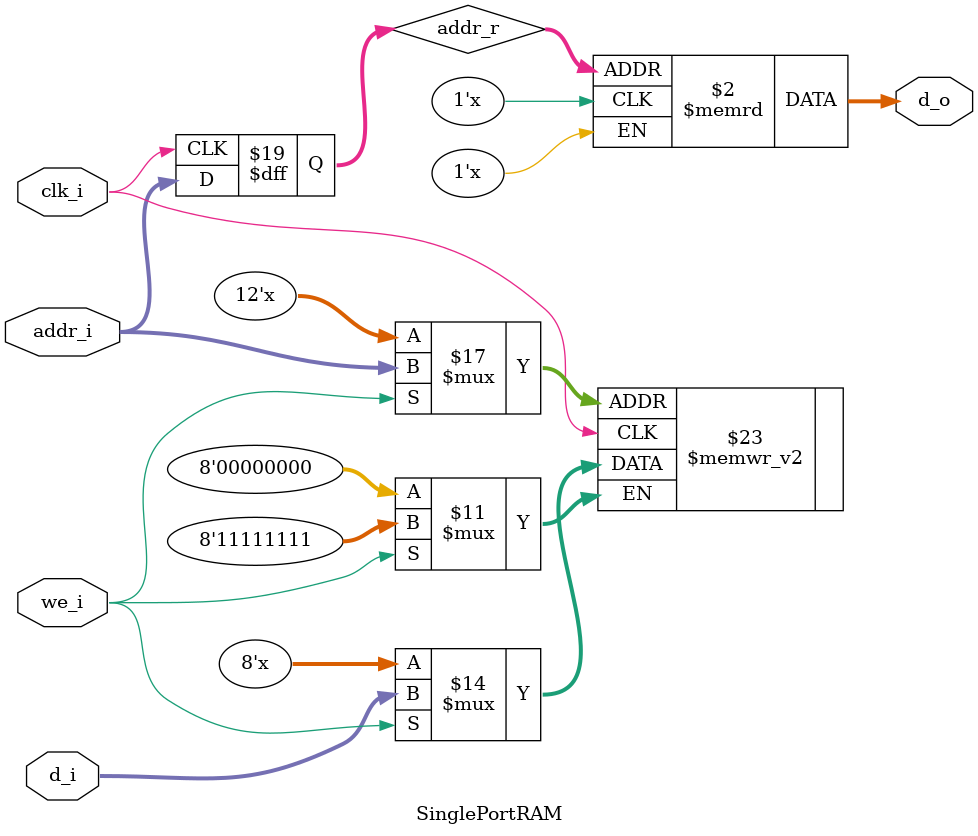
<source format=v>
/***********************************************************************

  Single Port RAM that maps to an FPGA BRAM

  This file is part FPGA Libre project http://fpgalibre.sf.net/

  Description:
  This is a data memory for the AVR. It maps to a Lattice or Xilinx
  BRAM, most probably also works for ALTERA, Microsemi, etc.

  To Do:
  -

  Author:
    - Salvador E. Tropea, salvador inti.gob.ar

------------------------------------------------------------------------------

 Copyright (c) 2008-2017 Salvador E. Tropea <salvador inti.gob.ar>
 Copyright (c) 2008-2017 Instituto Nacional de Tecnología Industrial

 Distributed under the GPL v2 or newer license

------------------------------------------------------------------------------

 Design unit:      SinglePortRAM
 File name:        dm_s.v
 Note:             None
 Limitations:      None known
 Errors:           None known
 Library:          avr
 Dependencies:     IEEE.std_logic_1164
                   IEEE.numeric_std
 Target FPGA:      Spartan 3 (XC3S1500-4-FG456)
                   iCE40HX4K-TQ144
 Language:         Verilog
 Wishbone:         No
 Synthesis tools:  Xilinx Release 9.2.03i - xst J.39
                   Lattice iCECube2 2016.02.27810
 Simulation tools: GHDL [Sokcho edition] (0.2x)
 Text editor:      SETEdit 0.5.x

***********************************************************************/

module SinglePortRAM
  #(
    parameter FALL_EDGE=0,
    parameter WORD_SIZE=8, // Word Size
    parameter ADDR_W=12)   // Address Width
   (
    input                  clk_i,
    input                  we_i,
    input  [ADDR_W-1:0]    addr_i,
    input  [WORD_SIZE-1:0] d_i,
    output [WORD_SIZE-1:0] d_o);

reg [ADDR_W-1:0] addr_r;
reg [WORD_SIZE-1:0] ram[0:(2**ADDR_W)-1];

generate
if (!FALL_EDGE)
   begin : use_rising_edge
   always @(posedge clk_i)
   begin : do_ram
     if (we_i)
        ram[addr_i] <= d_i;
     addr_r <= addr_i;
   end // do_ram
   end // use_rising_edge
else
   begin : use_falling_edge
   always @(negedge clk_i)
   begin : do_ram
     if (we_i)
        ram[addr_i] <= d_i;
     addr_r <= addr_i;
   end // do_ram
   end // use_falling_edge
endgenerate

assign d_o=ram[addr_r];

endmodule // SinglePortRAM


</source>
